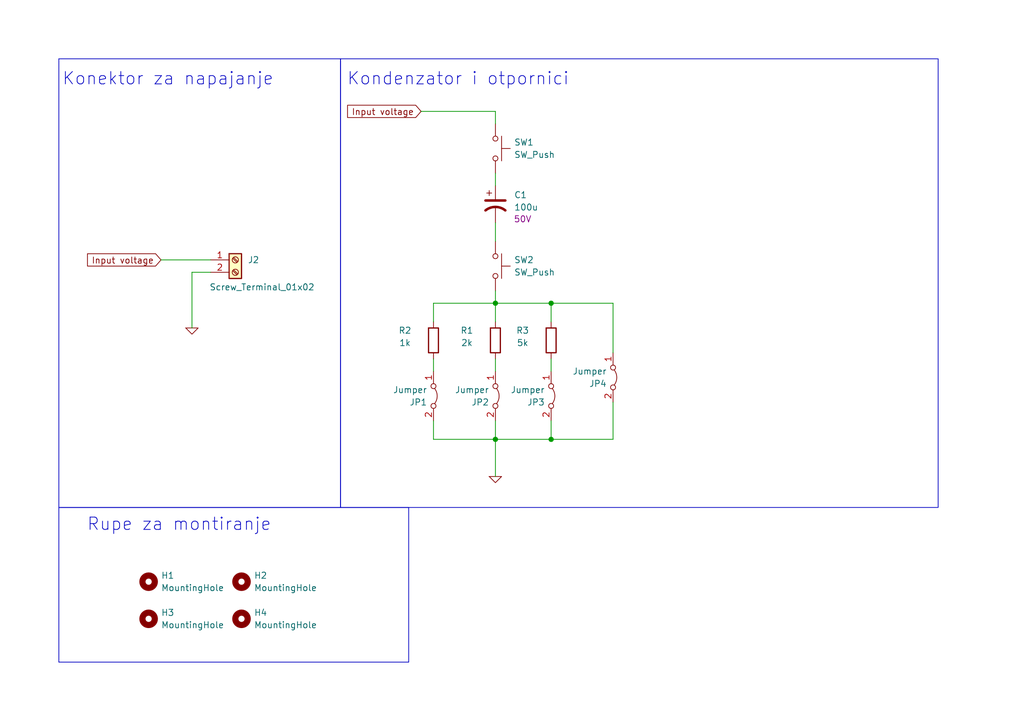
<source format=kicad_sch>
(kicad_sch (version 20231120) (generator "eeschema") (generator_version "8.0")
  (paper "A5")
  (title_block (title "Strujno-naponska karakteristika") (rev "v1"))
  (lib_symbols
    (symbol "Connector:Screw_Terminal_01x02" (pin_names (offset 1.016) hide)
      (property "Reference" "J" (at 0 2.54 0))
      (property "Value" "Screw_Terminal_01x02" (at 0 -5.08 0))
      (symbol "Screw_Terminal_01x02_1_1"
        (rectangle (start -1.27 1.27) (end 1.27 -3.81) (stroke (width 0.254)) (fill (type background)))
        (circle (center 0 -2.54) (radius 0.635) (stroke (width 0.1524)))
        (polyline (pts (xy -0.5334 -2.2098) (xy 0.3302 -3.048)) (stroke (width 0.1524)))
        (polyline (pts (xy -0.5334 0.3302) (xy 0.3302 -0.508)) (stroke (width 0.1524)))
        (polyline (pts (xy -0.3556 -2.032) (xy 0.508 -2.8702)) (stroke (width 0.1524)))
        (polyline (pts (xy -0.3556 0.508) (xy 0.508 -0.3302)) (stroke (width 0.1524)))
        (circle (center 0 0) (radius 0.635) (stroke (width 0.1524)))
        (pin passive line (at -5.08 0 0) (length 3.81) (name "Pin_1") (number "1"))
        (pin passive line (at -5.08 -2.54 0) (length 3.81) (name "Pin_2") (number "2"))
      )
    )
    (symbol "Device:C_Polarized_US" (pin_numbers hide) (pin_names (offset 0.254) hide)
      (property "Reference" "C" (at 0.635 2.54 0))
      (property "Value" "C_Polarized_US" (at 0.635 -2.54 0))
      (symbol "C_Polarized_US_0_1"
        (polyline (pts (xy -2.032 0.762) (xy 2.032 0.762)) (stroke (width 0.508)))
        (polyline (pts (xy -1.778 2.286) (xy -0.762 2.286)))
        (polyline (pts (xy -1.27 1.778) (xy -1.27 2.794)))
        (arc (start 2.032 -1.27) (mid 0 -0.5572) (end -2.032 -1.27) (stroke (width 0.508)))
      )
      (symbol "C_Polarized_US_1_1"
        (pin passive line (at 0 3.81 270) (length 2.794) (name "~") (number "1"))
        (pin passive line (at 0 -3.81 90) (length 3.302) (name "~") (number "2"))
      )
    )
    (symbol "Device:R" (pin_numbers hide) (pin_names (offset 0))
      (property "Reference" "R" (at 2.032 0 90))
      (property "Value" "R" (at 0 0 90))
      (symbol "R_0_1"
        (rectangle (start -1.016 -2.54) (end 1.016 2.54) (stroke (width 0.254)))
      )
      (symbol "R_1_1"
        (pin passive line (at 0 3.81 270) (length 1.27) (name "~") (number "1"))
        (pin passive line (at 0 -3.81 90) (length 1.27) (name "~") (number "2"))
      )
    )
    (symbol "Jumper:Jumper_2_Bridged" (pin_names (offset 0) hide)
      (property "Reference" "JP" (at 0 1.905 0))
      (property "Value" "Jumper_2_Bridged" (at 0 -2.54 0))
      (symbol "Jumper_2_Bridged_0_0"
        (circle (center -2.032 0) (radius 0.508))
        (circle (center 2.032 0) (radius 0.508))
      )
      (symbol "Jumper_2_Bridged_0_1"
        (arc (start 1.524 0.254) (mid 0 0.762) (end -1.524 0.254))
      )
      (symbol "Jumper_2_Bridged_1_1"
        (pin passive line (at -5.08 0 0) (length 2.54) (name "A") (number "1"))
        (pin passive line (at 5.08 0 180) (length 2.54) (name "B") (number "2"))
      )
    )
    (symbol "Mechanical:MountingHole" (pin_names (offset 1.016))
      (property "Reference" "H" (at 0 5.08 0))
      (property "Value" "MountingHole" (at 0 3.175 0))
      (symbol "MountingHole_0_1"
        (circle (center 0 0) (radius 1.27) (stroke (width 1.27)))
      )
    )
    (symbol "Simulation_SPICE:0" (power) (pin_names (offset 0))
      (property "Value" "0" (at 0 -1.778 0))
      (symbol "0_0_1"
        (polyline (pts (xy -1.27 0) (xy 0 -1.27) (xy 1.27 0) (xy -1.27 0)))
      )
      (symbol "0_1_1"
        (pin power_in line (at 0 0 0) (length 0) hide (name "0") (number "1"))
      )
    )
    (symbol "Switch:SW_Push" (pin_numbers hide) (pin_names (offset 1.016) hide)
      (property "Reference" "SW" (at 1.27 2.54 0))
      (property "Value" "SW_Push" (at 0 -1.524 0))
      (symbol "SW_Push_0_1"
        (circle (center -2.032 0) (radius 0.508))
        (polyline (pts (xy 0 1.27) (xy 0 3.048)))
        (polyline (pts (xy 2.54 1.27) (xy -2.54 1.27)))
        (circle (center 2.032 0) (radius 0.508))
        (pin passive line (at -5.08 0 0) (length 2.54) (name "1") (number "1"))
        (pin passive line (at 5.08 0 180) (length 2.54) (name "2") (number "2"))
      )
    )
  )
  (junction (at 113.03 90.17))
  (junction (at 101.6 90.17))
  (junction (at 101.6 62.23))
  (junction (at 113.03 62.23))
  (wire (pts (xy 125.73 62.23) (xy 125.73 72.39)))
  (wire (pts (xy 113.03 62.23) (xy 113.03 66.04)))
  (wire (pts (xy 101.6 86.36) (xy 101.6 90.17)))
  (wire (pts (xy 88.9 62.23) (xy 101.6 62.23)))
  (wire (pts (xy 101.6 76.2) (xy 101.6 73.66)))
  (wire (pts (xy 125.73 82.55) (xy 125.73 90.17)))
  (wire (pts (xy 101.6 45.72) (xy 101.6 49.53)))
  (wire (pts (xy 86.36 22.86) (xy 101.6 22.86)))
  (wire (pts (xy 88.9 62.23) (xy 88.9 66.04)))
  (wire (pts (xy 101.6 22.86) (xy 101.6 25.4)))
  (wire (pts (xy 113.03 62.23) (xy 101.6 62.23)))
  (wire (pts (xy 113.03 86.36) (xy 113.03 90.17)))
  (wire (pts (xy 101.6 35.56) (xy 101.6 38.1)))
  (wire (pts (xy 88.9 86.36) (xy 88.9 90.17)))
  (wire (pts (xy 39.37 55.88) (xy 43.18 55.88)))
  (wire (pts (xy 101.6 90.17) (xy 113.03 90.17)))
  (wire (pts (xy 43.18 53.34) (xy 33.02 53.34)))
  (wire (pts (xy 113.03 62.23) (xy 125.73 62.23)))
  (wire (pts (xy 88.9 76.2) (xy 88.9 73.66)))
  (wire (pts (xy 113.03 76.2) (xy 113.03 73.66)))
  (wire (pts (xy 39.37 55.88) (xy 39.37 67.31)))
  (wire (pts (xy 125.73 90.17) (xy 113.03 90.17)))
  (wire (pts (xy 101.6 62.23) (xy 101.6 66.04)))
  (wire (pts (xy 101.6 59.69) (xy 101.6 62.23)))
  (wire (pts (xy 101.6 90.17) (xy 101.6 97.79)))
  (wire (pts (xy 88.9 90.17) (xy 101.6 90.17)))
  (rectangle (start 12.065 12.065) (end 69.85 104.14))
  (rectangle (start 12.065 104.14) (end 83.82 135.89))
  (rectangle (start 69.85 12.065) (end 192.405 104.14))
  (text "Rupe za montiranje\n" (at 17.78 109.22 0) (effects (font (size 2.54 2.54)) (justify left bottom)))
  (text "Konektor za napajanje" (at 12.7 17.78 0) (effects (font (size 2.54 2.54)) (justify left bottom)))
  (text "Kondenzator i otpornici\n" (at 71.12 17.78 0) (effects (font (size 2.54 2.54)) (justify left bottom)))
  (global_label "Input voltage" (shape input) (at 33.02 53.34 180) (property "Intersheetrefs" "${INTERSHEET_REFS}" (effects (hide yes))))
  (global_label "Input voltage" (shape input) (at 86.36 22.86 180) (property "Intersheetrefs" "${INTERSHEET_REFS}" (effects (hide yes))))
  (symbol (lib_id "Simulation_SPICE:0") (at 39.37 67.31 0) (unit 1)
    (property "Reference" "#GND05" (effects (hide yes)))
    (property "Value" "0" (effects (hide yes)))
  )
  (symbol (lib_id "Simulation_SPICE:0") (at 101.6 97.79 0) (unit 1)
    (property "Reference" "#GND07" (effects (hide yes)))
    (property "Value" "0" (effects (hide yes)))
  )
  (symbol (lib_id "Mechanical:MountingHole") (at 30.48 127 0) (unit 1)
    (property "Reference" "H3" (at 33.02 125.73 0) (effects (justify left)))
    (property "Value" "MountingHole" (at 33.02 128.27 0) (effects (justify left)))
    (property "Footprint" "MountingHole:MountingHole_3.2mm_M3_ISO14580_Pad_TopBottom" (effects (hide yes)))
  )
  (symbol (lib_id "Device:R") (at 88.9 69.85 0) (unit 1)
    (property "Reference" "R2" (at 83.058 67.818 0))
    (property "Value" "1k" (at 83.058 70.358 0))
    (property "Footprint" "Resistor_SMD:R_1206_3216Metric_Pad1.30x1.75mm_HandSolder" (effects (hide yes)))
  )
  (symbol (lib_id "Connector:Screw_Terminal_01x02") (at 48.26 53.34 0) (unit 1) (exclude_from_sim yes)
    (property "Reference" "J2" (at 50.8 53.34 0) (effects (justify left)))
    (property "Value" "Screw_Terminal_01x02" (at 42.926 58.928 0) (effects (justify left)))
    (property "Footprint" "TerminalBlock_Phoenix:TerminalBlock_Phoenix_MKDS-1,5-2-5.08_1x02_P5.08mm_Horizontal" (effects (hide yes)))
  )
  (symbol (lib_id "Jumper:Jumper_2_Bridged") (at 125.73 77.47 270) (unit 1)
    (property "Reference" "JP4" (at 124.46 78.74 90) (effects (justify right)))
    (property "Value" "Jumper" (at 124.46 76.2 90) (effects (justify right)))
    (property "Footprint" "Connector_PinHeader_2.54mm:PinHeader_1x02_P2.54mm_Vertical" (effects (hide yes)))
  )
  (symbol (lib_id "Jumper:Jumper_2_Bridged") (at 113.03 81.28 270) (unit 1)
    (property "Reference" "JP3" (at 111.76 82.55 90) (effects (justify right)))
    (property "Value" "Jumper" (at 111.76 80.01 90) (effects (justify right)))
    (property "Footprint" "Connector_PinHeader_2.54mm:PinHeader_1x02_P2.54mm_Vertical" (effects (hide yes)))
  )
  (symbol (lib_id "Mechanical:MountingHole") (at 49.53 119.38 0) (unit 1)
    (property "Reference" "H2" (at 52.07 118.11 0) (effects (justify left)))
    (property "Value" "MountingHole" (at 52.07 120.65 0) (effects (justify left)))
    (property "Footprint" "MountingHole:MountingHole_3.2mm_M3_ISO14580_Pad_TopBottom" (effects (hide yes)))
  )
  (symbol (lib_id "Jumper:Jumper_2_Bridged") (at 88.9 81.28 270) (unit 1)
    (property "Reference" "JP1" (at 87.63 82.55 90) (effects (justify right)))
    (property "Value" "Jumper" (at 87.63 80.01 90) (effects (justify right)))
    (property "Footprint" "Connector_PinHeader_2.54mm:PinHeader_1x02_P2.54mm_Vertical" (effects (hide yes)))
  )
  (symbol (lib_id "Device:R") (at 113.03 69.85 0) (unit 1)
    (property "Reference" "R3" (at 107.188 67.818 0))
    (property "Value" "5k" (at 107.188 70.358 0))
    (property "Footprint" "Resistor_SMD:R_1206_3216Metric_Pad1.30x1.75mm_HandSolder" (effects (hide yes)))
  )
  (symbol (lib_id "Mechanical:MountingHole") (at 30.48 119.38 0) (unit 1)
    (property "Reference" "H1" (at 33.02 118.11 0) (effects (justify left)))
    (property "Value" "MountingHole" (at 33.02 120.65 0) (effects (justify left)))
    (property "Footprint" "MountingHole:MountingHole_3.2mm_M3_ISO14580_Pad_TopBottom" (effects (hide yes)))
  )
  (symbol (lib_id "Switch:SW_Push") (at 101.6 30.48 270) (unit 1)
    (property "Reference" "SW1" (at 105.41 29.2099 90) (effects (justify left)))
    (property "Value" "SW_Push" (at 105.41 31.7499 90) (effects (justify left)))
    (property "Footprint" "Button_Switch_THT:SW_PUSH_6mm_H4.3mm" (effects (hide yes)))
    (property "Description" "Push button switch, generic, two pins" (effects (hide yes)))
  )
  (symbol (lib_id "Device:C_Polarized_US") (at 101.6 41.91 0) (unit 1)
    (property "Reference" "C1" (at 105.41 40.0049 0) (effects (justify left)))
    (property "Value" "100u" (at 105.41 42.5449 0) (effects (justify left)))
    (property "Footprint" "Capacitor_THT:CP_Radial_D8.0mm_P3.50mm" (effects (hide yes)))
    (property "Description" "Polarized capacitor, US symbol" (effects (hide yes)))
    (property "Voltage" "50V" (at 107.188 44.958 0))
  )
  (symbol (lib_id "Mechanical:MountingHole") (at 49.53 127 0) (unit 1)
    (property "Reference" "H4" (at 52.07 125.73 0) (effects (justify left)))
    (property "Value" "MountingHole" (at 52.07 128.27 0) (effects (justify left)))
    (property "Footprint" "MountingHole:MountingHole_3.2mm_M3_ISO14580_Pad_TopBottom" (effects (hide yes)))
  )
  (symbol (lib_id "Switch:SW_Push") (at 101.6 54.61 270) (unit 1)
    (property "Reference" "SW2" (at 105.41 53.3399 90) (effects (justify left)))
    (property "Value" "SW_Push" (at 105.41 55.8799 90) (effects (justify left)))
    (property "Footprint" "Button_Switch_THT:SW_PUSH_6mm_H4.3mm" (effects (hide yes)))
    (property "Description" "Push button switch, generic, two pins" (effects (hide yes)))
  )
  (symbol (lib_id "Device:R") (at 101.6 69.85 0) (unit 1)
    (property "Reference" "R1" (at 95.758 67.818 0))
    (property "Value" "2k" (at 95.758 70.358 0))
    (property "Footprint" "Resistor_SMD:R_1206_3216Metric_Pad1.30x1.75mm_HandSolder" (effects (hide yes)))
  )
  (symbol (lib_id "Jumper:Jumper_2_Bridged") (at 101.6 81.28 270) (unit 1)
    (property "Reference" "JP2" (at 100.33 82.55 90) (effects (justify right)))
    (property "Value" "Jumper" (at 100.33 80.01 90) (effects (justify right)))
    (property "Footprint" "Connector_PinHeader_2.54mm:PinHeader_1x02_P2.54mm_Vertical" (effects (hide yes)))
  )
)
</source>
